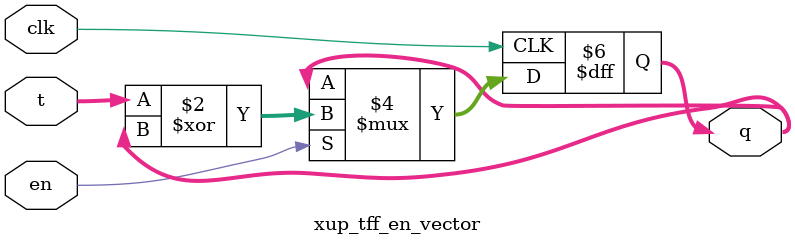
<source format=v>
`timescale 1ns / 1ps
module xup_tff_en_vector #(parameter SIZE = 8 , DELAY = 3)(
  input wire [SIZE-1:0] t,
  input wire clk,
  input wire en,
  output reg [SIZE-1:0] q
  );
  
  initial q = 0;
  
  always @(posedge clk)
  begin 
      if(en)
          q[SIZE-1:0] <= #DELAY t[SIZE-1:0]^q[SIZE-1:0];
  end
endmodule

</source>
